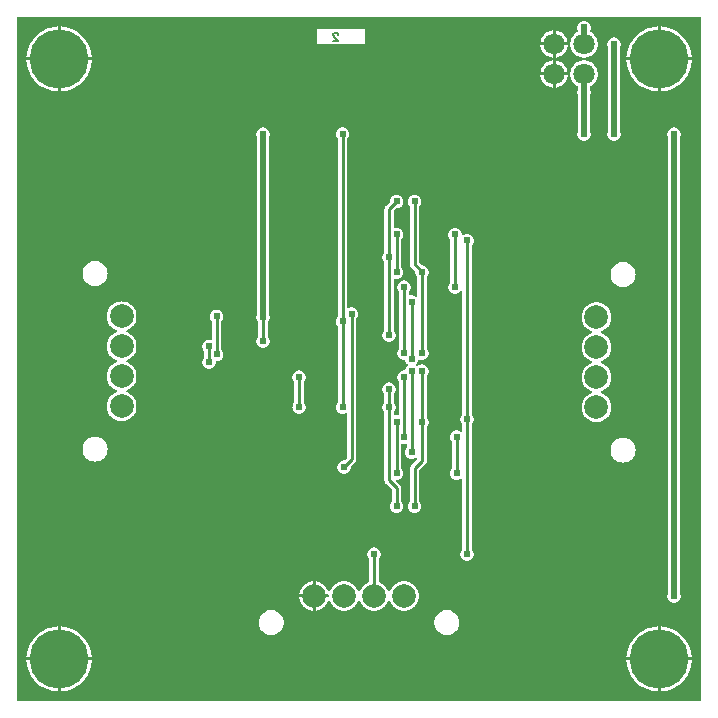
<source format=gbl>
G04 Layer: BottomLayer*
G04 Panelize: , Column: 2, Row: 2, Board Size: 58.42mm x 58.42mm, Panelized Board Size: 118.84mm x 118.84mm*
G04 EasyEDA v6.5.34, 2023-10-06 23:46:37*
G04 e07c970f047149babf7d85850df99f2e,5a6b42c53f6a479593ecc07194224c93,10*
G04 Gerber Generator version 0.2*
G04 Scale: 100 percent, Rotated: No, Reflected: No *
G04 Dimensions in millimeters *
G04 leading zeros omitted , absolute positions ,4 integer and 5 decimal *
%FSLAX45Y45*%
%MOMM*%

%ADD10C,0.1524*%
%ADD11C,0.2540*%
%ADD12C,0.5000*%
%ADD13C,5.0000*%
%ADD14C,1.8000*%
%ADD15C,2.0000*%
%ADD16C,0.6096*%
%ADD17C,0.0152*%

%LPD*%
G36*
X5805932Y25908D02*
G01*
X36068Y26416D01*
X32156Y27178D01*
X28905Y29413D01*
X26670Y32664D01*
X25908Y36576D01*
X25908Y5805932D01*
X26670Y5809843D01*
X28905Y5813094D01*
X32156Y5815330D01*
X36068Y5816092D01*
X2555240Y5816092D01*
X2559151Y5815330D01*
X2562402Y5813094D01*
X2564638Y5809843D01*
X2565400Y5805932D01*
X2566162Y5809843D01*
X2568397Y5813094D01*
X2571648Y5815330D01*
X2575560Y5816092D01*
X5805932Y5816092D01*
X5809843Y5815330D01*
X5813094Y5813094D01*
X5815330Y5809843D01*
X5816092Y5805932D01*
X5816092Y36068D01*
X5815330Y32207D01*
X5813094Y28905D01*
X5809843Y26670D01*
G37*

%LPC*%
G36*
X1651000Y2839262D02*
G01*
X1660804Y2840126D01*
X1670253Y2842666D01*
X1679193Y2846781D01*
X1687220Y2852420D01*
X1694180Y2859379D01*
X1699818Y2867406D01*
X1703933Y2876346D01*
X1706473Y2885795D01*
X1707184Y2893669D01*
X1708099Y2897073D01*
X1710131Y2899968D01*
X1713026Y2902000D01*
X1716430Y2902915D01*
X1724304Y2903626D01*
X1733753Y2906166D01*
X1742693Y2910281D01*
X1750720Y2915920D01*
X1757680Y2922879D01*
X1763318Y2930906D01*
X1767433Y2939846D01*
X1769973Y2949295D01*
X1770837Y2959100D01*
X1769973Y2968904D01*
X1767433Y2978353D01*
X1763318Y2987294D01*
X1757680Y2995320D01*
X1756105Y2996895D01*
X1753870Y3000197D01*
X1753107Y3004108D01*
X1753107Y3237433D01*
X1753870Y3241344D01*
X1756105Y3244646D01*
X1757680Y3246221D01*
X1763318Y3254248D01*
X1767433Y3263188D01*
X1769973Y3272637D01*
X1770837Y3282442D01*
X1769973Y3292246D01*
X1767433Y3301695D01*
X1763318Y3310636D01*
X1757680Y3318662D01*
X1750720Y3325622D01*
X1742693Y3331260D01*
X1733753Y3335375D01*
X1724304Y3337915D01*
X1714500Y3338779D01*
X1704695Y3337915D01*
X1695246Y3335375D01*
X1686306Y3331260D01*
X1678279Y3325622D01*
X1671320Y3318662D01*
X1665681Y3310636D01*
X1661566Y3301695D01*
X1659026Y3292246D01*
X1658162Y3282442D01*
X1659026Y3272637D01*
X1661566Y3263188D01*
X1665681Y3254248D01*
X1671320Y3246221D01*
X1672894Y3244646D01*
X1675130Y3241344D01*
X1675892Y3237433D01*
X1675892Y3093110D01*
X1675231Y3089503D01*
X1673301Y3086354D01*
X1670354Y3084068D01*
X1666798Y3083001D01*
X1663090Y3083306D01*
X1660804Y3083915D01*
X1651000Y3084779D01*
X1641195Y3083915D01*
X1631746Y3081375D01*
X1622806Y3077260D01*
X1614779Y3071622D01*
X1607820Y3064662D01*
X1602181Y3056636D01*
X1598066Y3047695D01*
X1595526Y3038246D01*
X1594662Y3028442D01*
X1595526Y3018637D01*
X1598066Y3009188D01*
X1602181Y3000248D01*
X1607820Y2992221D01*
X1609394Y2990646D01*
X1611630Y2987344D01*
X1612392Y2983433D01*
X1612392Y2940608D01*
X1611630Y2936697D01*
X1609394Y2933395D01*
X1607820Y2931820D01*
X1602181Y2923794D01*
X1598066Y2914853D01*
X1595526Y2905404D01*
X1594662Y2895600D01*
X1595526Y2885795D01*
X1598066Y2876346D01*
X1602181Y2867406D01*
X1607820Y2859379D01*
X1614779Y2852420D01*
X1622806Y2846781D01*
X1631746Y2842666D01*
X1641195Y2840126D01*
G37*
G36*
X393700Y105562D02*
G01*
X398322Y105664D01*
X421284Y108051D01*
X443992Y112369D01*
X466242Y118618D01*
X487934Y126644D01*
X508812Y136499D01*
X528828Y148031D01*
X547827Y161239D01*
X565607Y175971D01*
X582117Y192125D01*
X597204Y209600D01*
X610819Y228295D01*
X622757Y248107D01*
X633018Y268782D01*
X641553Y290271D01*
X648208Y312369D01*
X653034Y334975D01*
X655929Y357936D01*
X656336Y368300D01*
X393700Y368300D01*
G37*
G36*
X5448300Y105613D02*
G01*
X5448300Y368300D01*
X5185410Y368300D01*
X5187289Y346405D01*
X5191150Y323646D01*
X5196890Y301244D01*
X5204460Y279450D01*
X5213858Y258317D01*
X5224983Y238099D01*
X5237784Y218846D01*
X5252161Y200710D01*
X5267960Y183896D01*
X5285130Y168402D01*
X5303520Y154432D01*
X5323027Y142087D01*
X5343499Y131368D01*
X5364835Y122428D01*
X5386781Y115265D01*
X5409285Y109982D01*
X5432145Y106629D01*
G37*
G36*
X368300Y105613D02*
G01*
X368300Y368300D01*
X105410Y368300D01*
X107289Y346405D01*
X111150Y323646D01*
X116890Y301244D01*
X124460Y279450D01*
X133858Y258317D01*
X144983Y238099D01*
X157784Y218846D01*
X172161Y200710D01*
X187960Y183896D01*
X205130Y168402D01*
X223520Y154432D01*
X243027Y142087D01*
X263499Y131368D01*
X284835Y122428D01*
X306781Y115265D01*
X329285Y109982D01*
X352145Y106629D01*
G37*
G36*
X5473700Y393700D02*
G01*
X5736336Y393700D01*
X5735929Y404063D01*
X5733034Y427024D01*
X5728208Y449630D01*
X5721553Y471728D01*
X5713018Y493217D01*
X5702757Y513892D01*
X5690819Y533704D01*
X5677204Y552348D01*
X5662117Y569874D01*
X5645607Y586028D01*
X5627827Y600760D01*
X5608828Y613968D01*
X5588812Y625500D01*
X5567934Y635355D01*
X5546242Y643382D01*
X5523992Y649630D01*
X5501284Y653948D01*
X5478322Y656336D01*
X5473700Y656437D01*
G37*
G36*
X393700Y393700D02*
G01*
X656336Y393700D01*
X655929Y404063D01*
X653034Y427024D01*
X648208Y449630D01*
X641553Y471728D01*
X633018Y493217D01*
X622757Y513892D01*
X610819Y533704D01*
X597204Y552348D01*
X582117Y569874D01*
X565607Y586028D01*
X547827Y600760D01*
X528828Y613968D01*
X508812Y625500D01*
X487934Y635355D01*
X466242Y643382D01*
X443992Y649630D01*
X421284Y653948D01*
X398322Y656336D01*
X393700Y656437D01*
G37*
G36*
X5185410Y393700D02*
G01*
X5448300Y393700D01*
X5448300Y656386D01*
X5432145Y655370D01*
X5409285Y652018D01*
X5386781Y646734D01*
X5364835Y639572D01*
X5343499Y630631D01*
X5323027Y619912D01*
X5303520Y607568D01*
X5285130Y593598D01*
X5267960Y578104D01*
X5252161Y561289D01*
X5237784Y543153D01*
X5224983Y523900D01*
X5213858Y503682D01*
X5204460Y482549D01*
X5196890Y460756D01*
X5191150Y438353D01*
X5187289Y415594D01*
G37*
G36*
X105410Y393700D02*
G01*
X368300Y393700D01*
X368300Y656386D01*
X352145Y655370D01*
X329285Y652018D01*
X306781Y646734D01*
X284835Y639572D01*
X263499Y630631D01*
X243027Y619912D01*
X223520Y607568D01*
X205130Y593598D01*
X187960Y578104D01*
X172161Y561289D01*
X157784Y543153D01*
X144983Y523900D01*
X133858Y503682D01*
X124460Y482549D01*
X116890Y460756D01*
X111150Y438353D01*
X107289Y415594D01*
G37*
G36*
X2177440Y583488D02*
G01*
X2191258Y584403D01*
X2204821Y587095D01*
X2217978Y591566D01*
X2230374Y597662D01*
X2241905Y605383D01*
X2252319Y614527D01*
X2261463Y624941D01*
X2269134Y636422D01*
X2275281Y648868D01*
X2279700Y661974D01*
X2282444Y675538D01*
X2283307Y689356D01*
X2282444Y703224D01*
X2279700Y716788D01*
X2275281Y729894D01*
X2269134Y742340D01*
X2261463Y753821D01*
X2252319Y764235D01*
X2241905Y773379D01*
X2230374Y781100D01*
X2217978Y787196D01*
X2204821Y791667D01*
X2191258Y794359D01*
X2177440Y795274D01*
X2163622Y794359D01*
X2150059Y791667D01*
X2136902Y787196D01*
X2124506Y781100D01*
X2112975Y773379D01*
X2102561Y764235D01*
X2093417Y753821D01*
X2085746Y742340D01*
X2079599Y729894D01*
X2075180Y716788D01*
X2072436Y703224D01*
X2071573Y689356D01*
X2072436Y675538D01*
X2075180Y661974D01*
X2079599Y648868D01*
X2085746Y636422D01*
X2093417Y624941D01*
X2102561Y614527D01*
X2112975Y605383D01*
X2124506Y597662D01*
X2136902Y591566D01*
X2150059Y587095D01*
X2163622Y584403D01*
G37*
G36*
X3664559Y583488D02*
G01*
X3678377Y584403D01*
X3691940Y587095D01*
X3705047Y591566D01*
X3717493Y597662D01*
X3728974Y605383D01*
X3739387Y614527D01*
X3748532Y624941D01*
X3756253Y636422D01*
X3762349Y648868D01*
X3766820Y661974D01*
X3769512Y675538D01*
X3770426Y689356D01*
X3769512Y703224D01*
X3766820Y716788D01*
X3762349Y729894D01*
X3756253Y742340D01*
X3748532Y753821D01*
X3739387Y764235D01*
X3728974Y773379D01*
X3717493Y781100D01*
X3705047Y787196D01*
X3691940Y791667D01*
X3678377Y794359D01*
X3664559Y795274D01*
X3650691Y794359D01*
X3637127Y791667D01*
X3624021Y787196D01*
X3611575Y781100D01*
X3600094Y773379D01*
X3589680Y764235D01*
X3580536Y753821D01*
X3572814Y742340D01*
X3566718Y729894D01*
X3562248Y716788D01*
X3559556Y703224D01*
X3558641Y689356D01*
X3559556Y675538D01*
X3562248Y661974D01*
X3566718Y648868D01*
X3572814Y636422D01*
X3580536Y624941D01*
X3589680Y614527D01*
X3600094Y605383D01*
X3611575Y597662D01*
X3624021Y591566D01*
X3637127Y587095D01*
X3650691Y584403D01*
G37*
G36*
X2794000Y788517D02*
G01*
X2809189Y789432D01*
X2824124Y792175D01*
X2838653Y796696D01*
X2852521Y802894D01*
X2865526Y810768D01*
X2877464Y820166D01*
X2888234Y830884D01*
X2897581Y842873D01*
X2905455Y855878D01*
X2911754Y869797D01*
X2913938Y872947D01*
X2917190Y875080D01*
X2921000Y875792D01*
X2924810Y875080D01*
X2928010Y872947D01*
X2930245Y869797D01*
X2936544Y855878D01*
X2944368Y842873D01*
X2953766Y830884D01*
X2964535Y820166D01*
X2976473Y810768D01*
X2989478Y802894D01*
X3003346Y796696D01*
X3017875Y792175D01*
X3032810Y789432D01*
X3048000Y788517D01*
X3063189Y789432D01*
X3078124Y792175D01*
X3092653Y796696D01*
X3106521Y802894D01*
X3119526Y810768D01*
X3131464Y820166D01*
X3142234Y830884D01*
X3151581Y842873D01*
X3159455Y855878D01*
X3165754Y869797D01*
X3167938Y872947D01*
X3171190Y875080D01*
X3175000Y875792D01*
X3178810Y875080D01*
X3182010Y872947D01*
X3184245Y869797D01*
X3190544Y855878D01*
X3198368Y842873D01*
X3207766Y830884D01*
X3218535Y820166D01*
X3230473Y810768D01*
X3243478Y802894D01*
X3257346Y796696D01*
X3271875Y792175D01*
X3286810Y789432D01*
X3302000Y788517D01*
X3317189Y789432D01*
X3332124Y792175D01*
X3346653Y796696D01*
X3360521Y802894D01*
X3373526Y810768D01*
X3385464Y820166D01*
X3396234Y830884D01*
X3405581Y842873D01*
X3413455Y855878D01*
X3419703Y869746D01*
X3424224Y884275D01*
X3426968Y899210D01*
X3427882Y914400D01*
X3426968Y929538D01*
X3424224Y944524D01*
X3419703Y959002D01*
X3413455Y972870D01*
X3405581Y985875D01*
X3396234Y997864D01*
X3385464Y1008634D01*
X3373526Y1017981D01*
X3360521Y1025855D01*
X3346653Y1032103D01*
X3332124Y1036624D01*
X3317189Y1039368D01*
X3302000Y1040282D01*
X3286810Y1039368D01*
X3271875Y1036624D01*
X3257346Y1032103D01*
X3243478Y1025855D01*
X3230473Y1017981D01*
X3218535Y1008634D01*
X3207766Y997864D01*
X3198368Y985875D01*
X3190544Y972870D01*
X3184245Y958951D01*
X3182010Y955802D01*
X3178810Y953719D01*
X3175000Y952957D01*
X3171190Y953719D01*
X3167938Y955802D01*
X3165754Y958951D01*
X3159455Y972870D01*
X3151581Y985875D01*
X3142234Y997864D01*
X3131464Y1008634D01*
X3119526Y1017981D01*
X3106521Y1025855D01*
X3092602Y1032103D01*
X3089452Y1034338D01*
X3087319Y1037590D01*
X3086608Y1041400D01*
X3086608Y1224991D01*
X3087370Y1228902D01*
X3089605Y1232204D01*
X3091180Y1233779D01*
X3096818Y1241806D01*
X3100933Y1250746D01*
X3103473Y1260195D01*
X3104337Y1270000D01*
X3103473Y1279804D01*
X3100933Y1289253D01*
X3096818Y1298194D01*
X3091180Y1306220D01*
X3084220Y1313180D01*
X3076194Y1318818D01*
X3067253Y1322933D01*
X3057804Y1325473D01*
X3048000Y1326337D01*
X3038195Y1325473D01*
X3028746Y1322933D01*
X3019806Y1318818D01*
X3011779Y1313180D01*
X3004820Y1306220D01*
X2999181Y1298194D01*
X2995066Y1289253D01*
X2992526Y1279804D01*
X2991662Y1270000D01*
X2992526Y1260195D01*
X2995066Y1250746D01*
X2999181Y1241806D01*
X3004820Y1233779D01*
X3006394Y1232204D01*
X3008630Y1228902D01*
X3009392Y1224991D01*
X3009392Y1041400D01*
X3008680Y1037590D01*
X3006547Y1034338D01*
X3003397Y1032103D01*
X2989478Y1025855D01*
X2976473Y1017981D01*
X2964535Y1008634D01*
X2953766Y997864D01*
X2944368Y985875D01*
X2936544Y972870D01*
X2930245Y958951D01*
X2928010Y955802D01*
X2924810Y953719D01*
X2921000Y952957D01*
X2917190Y953719D01*
X2913938Y955802D01*
X2911754Y958951D01*
X2905455Y972870D01*
X2897581Y985875D01*
X2888234Y997864D01*
X2877464Y1008634D01*
X2865526Y1017981D01*
X2852521Y1025855D01*
X2838653Y1032103D01*
X2824124Y1036624D01*
X2809189Y1039368D01*
X2794000Y1040282D01*
X2778810Y1039368D01*
X2763875Y1036624D01*
X2749346Y1032103D01*
X2735478Y1025855D01*
X2722473Y1017981D01*
X2710535Y1008634D01*
X2699766Y997864D01*
X2690368Y985875D01*
X2682544Y972870D01*
X2676245Y958951D01*
X2674010Y955802D01*
X2670810Y953719D01*
X2667000Y952957D01*
X2663190Y953719D01*
X2659938Y955802D01*
X2657754Y958951D01*
X2651455Y972870D01*
X2643581Y985875D01*
X2634234Y997864D01*
X2623464Y1008634D01*
X2611526Y1017981D01*
X2598521Y1025855D01*
X2584653Y1032103D01*
X2570124Y1036624D01*
X2555189Y1039368D01*
X2552700Y1039520D01*
X2552700Y927100D01*
X2658059Y927100D01*
X2661970Y926287D01*
X2665272Y924102D01*
X2667457Y920800D01*
X2668219Y916940D01*
X2668219Y911860D01*
X2667457Y907948D01*
X2665272Y904646D01*
X2661970Y902462D01*
X2658059Y901700D01*
X2552700Y901700D01*
X2552700Y789279D01*
X2555189Y789432D01*
X2570124Y792175D01*
X2584653Y796696D01*
X2598521Y802894D01*
X2611526Y810768D01*
X2623464Y820166D01*
X2634234Y830884D01*
X2643581Y842873D01*
X2651455Y855878D01*
X2657754Y869797D01*
X2659938Y872947D01*
X2663190Y875080D01*
X2667000Y875792D01*
X2670810Y875080D01*
X2674010Y872947D01*
X2676245Y869797D01*
X2682544Y855878D01*
X2690368Y842873D01*
X2699766Y830884D01*
X2710535Y820166D01*
X2722473Y810768D01*
X2735478Y802894D01*
X2749346Y796696D01*
X2763875Y792175D01*
X2778810Y789432D01*
G37*
G36*
X4584700Y5600700D02*
G01*
X4687112Y5600700D01*
X4686960Y5602528D01*
X4684268Y5616803D01*
X4679746Y5630672D01*
X4673549Y5643829D01*
X4665776Y5656122D01*
X4656480Y5667349D01*
X4645863Y5677306D01*
X4634077Y5685840D01*
X4621326Y5692851D01*
X4607814Y5698236D01*
X4593691Y5701842D01*
X4584700Y5702960D01*
G37*
G36*
X4456887Y5600700D02*
G01*
X4559300Y5600700D01*
X4559300Y5702960D01*
X4550308Y5701842D01*
X4536186Y5698236D01*
X4522673Y5692851D01*
X4509922Y5685840D01*
X4498136Y5677306D01*
X4487519Y5667349D01*
X4478223Y5656122D01*
X4470450Y5643829D01*
X4464253Y5630672D01*
X4459732Y5616803D01*
X4457039Y5602528D01*
G37*
G36*
X2527300Y789279D02*
G01*
X2527300Y901700D01*
X2414879Y901700D01*
X2415032Y899210D01*
X2417775Y884275D01*
X2422296Y869746D01*
X2428544Y855878D01*
X2436368Y842873D01*
X2445766Y830884D01*
X2456535Y820166D01*
X2468473Y810768D01*
X2481478Y802894D01*
X2495346Y796696D01*
X2509875Y792175D01*
X2524810Y789432D01*
G37*
G36*
X2691688Y5583682D02*
G01*
X2750261Y5583682D01*
X2756560Y5584393D01*
X2764840Y5587593D01*
X2767634Y5588000D01*
X2970784Y5588000D01*
X2971800Y5589016D01*
X2971800Y5713984D01*
X2970784Y5715000D01*
X2763520Y5715000D01*
X2760167Y5715558D01*
X2756560Y5716828D01*
X2750261Y5717540D01*
X2691688Y5717540D01*
X2685389Y5716828D01*
X2681782Y5715558D01*
X2678430Y5715000D01*
X2575560Y5715000D01*
X2571648Y5715762D01*
X2568397Y5717997D01*
X2566162Y5721248D01*
X2565400Y5725160D01*
X2565400Y5589016D01*
X2566416Y5588000D01*
X2674315Y5588000D01*
X2677109Y5587593D01*
X2679903Y5586323D01*
X2685389Y5584393D01*
G37*
G36*
X5588000Y858062D02*
G01*
X5597804Y858926D01*
X5607253Y861466D01*
X5616194Y865581D01*
X5624220Y871219D01*
X5631180Y878179D01*
X5636818Y886206D01*
X5640933Y895146D01*
X5643473Y904595D01*
X5644337Y914400D01*
X5643473Y924204D01*
X5640933Y933653D01*
X5639866Y935990D01*
X5638901Y940308D01*
X5638901Y4800092D01*
X5639866Y4804410D01*
X5640933Y4806746D01*
X5643473Y4816195D01*
X5644337Y4826000D01*
X5643473Y4835804D01*
X5640933Y4845253D01*
X5636818Y4854194D01*
X5631180Y4862220D01*
X5624220Y4869180D01*
X5616194Y4874818D01*
X5607253Y4878933D01*
X5597804Y4881473D01*
X5588000Y4882337D01*
X5578195Y4881473D01*
X5568746Y4878933D01*
X5559806Y4874818D01*
X5551779Y4869180D01*
X5544820Y4862220D01*
X5539181Y4854194D01*
X5535066Y4845253D01*
X5532526Y4835804D01*
X5531662Y4826000D01*
X5532526Y4816195D01*
X5535066Y4806746D01*
X5536133Y4804410D01*
X5537098Y4800092D01*
X5537098Y940308D01*
X5536133Y935990D01*
X5535066Y933653D01*
X5532526Y924204D01*
X5531662Y914400D01*
X5532526Y904595D01*
X5535066Y895146D01*
X5539181Y886206D01*
X5544820Y878179D01*
X5551779Y871219D01*
X5559806Y865581D01*
X5568746Y861466D01*
X5578195Y858926D01*
G37*
G36*
X2414879Y927100D02*
G01*
X2527300Y927100D01*
X2527300Y1039520D01*
X2524810Y1039368D01*
X2509875Y1036624D01*
X2495346Y1032103D01*
X2481478Y1025855D01*
X2468473Y1017981D01*
X2456535Y1008634D01*
X2445766Y997864D01*
X2436368Y985875D01*
X2428544Y972870D01*
X2422296Y959002D01*
X2417775Y944524D01*
X2415032Y929538D01*
G37*
G36*
X105410Y5473700D02*
G01*
X368300Y5473700D01*
X368300Y5736386D01*
X352145Y5735370D01*
X329285Y5732018D01*
X306781Y5726734D01*
X284835Y5719572D01*
X263499Y5710631D01*
X243027Y5699912D01*
X223520Y5687568D01*
X205130Y5673598D01*
X187960Y5658104D01*
X172161Y5641289D01*
X157784Y5623153D01*
X144983Y5603900D01*
X133858Y5583682D01*
X124460Y5562549D01*
X116890Y5540756D01*
X111150Y5518353D01*
X107289Y5495594D01*
G37*
G36*
X5185410Y5473700D02*
G01*
X5448300Y5473700D01*
X5448300Y5736386D01*
X5432145Y5735370D01*
X5409285Y5732018D01*
X5386781Y5726734D01*
X5364835Y5719572D01*
X5343499Y5710631D01*
X5323027Y5699912D01*
X5303520Y5687568D01*
X5285130Y5673598D01*
X5267960Y5658104D01*
X5252161Y5641289D01*
X5237784Y5623153D01*
X5224983Y5603900D01*
X5213858Y5583682D01*
X5204460Y5562549D01*
X5196890Y5540756D01*
X5191150Y5518353D01*
X5187289Y5495594D01*
G37*
G36*
X5473700Y5473700D02*
G01*
X5736336Y5473700D01*
X5735929Y5484063D01*
X5733034Y5507024D01*
X5728208Y5529630D01*
X5721553Y5551728D01*
X5713018Y5573217D01*
X5702757Y5593892D01*
X5690819Y5613704D01*
X5677204Y5632348D01*
X5662117Y5649874D01*
X5645607Y5666028D01*
X5627827Y5680760D01*
X5608828Y5693968D01*
X5588812Y5705500D01*
X5567934Y5715355D01*
X5546242Y5723382D01*
X5523992Y5729630D01*
X5501284Y5733948D01*
X5478322Y5736336D01*
X5473700Y5736437D01*
G37*
G36*
X3835400Y1213662D02*
G01*
X3845204Y1214526D01*
X3854653Y1217066D01*
X3863594Y1221181D01*
X3871620Y1226820D01*
X3878579Y1233779D01*
X3884218Y1241806D01*
X3888333Y1250746D01*
X3890873Y1260195D01*
X3891737Y1270000D01*
X3890873Y1279804D01*
X3888333Y1289253D01*
X3884218Y1298194D01*
X3878579Y1306220D01*
X3877005Y1307795D01*
X3874770Y1311097D01*
X3874008Y1315008D01*
X3874008Y2367991D01*
X3874770Y2371902D01*
X3877005Y2375204D01*
X3878579Y2376779D01*
X3884218Y2384806D01*
X3888333Y2393746D01*
X3890873Y2403195D01*
X3891737Y2413000D01*
X3890873Y2422804D01*
X3888333Y2432253D01*
X3884218Y2441194D01*
X3878579Y2449220D01*
X3877005Y2450795D01*
X3874770Y2454097D01*
X3874008Y2458008D01*
X3874008Y3879291D01*
X3874770Y3883202D01*
X3877005Y3886504D01*
X3878579Y3888079D01*
X3884218Y3896106D01*
X3888333Y3905046D01*
X3890873Y3914495D01*
X3891737Y3924300D01*
X3890873Y3934104D01*
X3888333Y3943553D01*
X3884218Y3952494D01*
X3878579Y3960520D01*
X3871620Y3967479D01*
X3863594Y3973118D01*
X3854653Y3977233D01*
X3845204Y3979773D01*
X3835400Y3980637D01*
X3825595Y3979773D01*
X3816146Y3977233D01*
X3807206Y3973118D01*
X3805732Y3972051D01*
X3801821Y3970375D01*
X3797604Y3970477D01*
X3793794Y3972255D01*
X3791000Y3975455D01*
X3789781Y3979468D01*
X3789273Y3984904D01*
X3786733Y3994353D01*
X3782618Y4003294D01*
X3776979Y4011320D01*
X3770020Y4018279D01*
X3761994Y4023918D01*
X3753053Y4028033D01*
X3743604Y4030573D01*
X3733800Y4031437D01*
X3723995Y4030573D01*
X3714546Y4028033D01*
X3705606Y4023918D01*
X3697579Y4018279D01*
X3690620Y4011320D01*
X3684981Y4003294D01*
X3680866Y3994353D01*
X3678326Y3984904D01*
X3677462Y3975100D01*
X3678326Y3965295D01*
X3680866Y3955846D01*
X3684981Y3946906D01*
X3690620Y3938879D01*
X3692194Y3937304D01*
X3694429Y3934002D01*
X3695192Y3930091D01*
X3695192Y3575608D01*
X3694429Y3571697D01*
X3692194Y3568395D01*
X3690620Y3566820D01*
X3684981Y3558794D01*
X3680866Y3549853D01*
X3678326Y3540404D01*
X3677462Y3530600D01*
X3678326Y3520795D01*
X3680866Y3511346D01*
X3684981Y3502406D01*
X3690620Y3494379D01*
X3697579Y3487420D01*
X3705606Y3481781D01*
X3714546Y3477666D01*
X3723995Y3475126D01*
X3733800Y3474262D01*
X3743604Y3475126D01*
X3753053Y3477666D01*
X3761994Y3481781D01*
X3770020Y3487420D01*
X3776979Y3494379D01*
X3778300Y3496310D01*
X3781399Y3499205D01*
X3785463Y3500577D01*
X3789679Y3500170D01*
X3793388Y3498037D01*
X3795877Y3494633D01*
X3796792Y3490468D01*
X3796792Y2458008D01*
X3796029Y2454097D01*
X3793794Y2450795D01*
X3792220Y2449220D01*
X3786581Y2441194D01*
X3782466Y2432253D01*
X3779926Y2422804D01*
X3779062Y2413000D01*
X3779926Y2403195D01*
X3782466Y2393746D01*
X3786581Y2384806D01*
X3792220Y2376779D01*
X3793794Y2375204D01*
X3796029Y2371902D01*
X3796792Y2367991D01*
X3796792Y2313432D01*
X3795826Y2309114D01*
X3793185Y2305659D01*
X3789273Y2303627D01*
X3784854Y2303424D01*
X3780790Y2305100D01*
X3774694Y2309418D01*
X3765753Y2313533D01*
X3756304Y2316073D01*
X3746500Y2316937D01*
X3736695Y2316073D01*
X3727246Y2313533D01*
X3718306Y2309418D01*
X3710279Y2303780D01*
X3703320Y2296820D01*
X3697681Y2288794D01*
X3693566Y2279853D01*
X3691026Y2270404D01*
X3690162Y2260600D01*
X3691026Y2250795D01*
X3693566Y2241346D01*
X3697681Y2232406D01*
X3703320Y2224379D01*
X3704894Y2222804D01*
X3707129Y2219502D01*
X3707892Y2215591D01*
X3707892Y2000808D01*
X3707129Y1996897D01*
X3704894Y1993595D01*
X3703320Y1992020D01*
X3697681Y1983993D01*
X3693566Y1975053D01*
X3691026Y1965604D01*
X3690162Y1955800D01*
X3691026Y1945995D01*
X3693566Y1936546D01*
X3697681Y1927606D01*
X3703320Y1919579D01*
X3710279Y1912620D01*
X3718306Y1906981D01*
X3727246Y1902866D01*
X3736695Y1900326D01*
X3746500Y1899462D01*
X3756304Y1900326D01*
X3765753Y1902866D01*
X3774694Y1906981D01*
X3780790Y1911299D01*
X3784854Y1912975D01*
X3789273Y1912772D01*
X3793185Y1910740D01*
X3795826Y1907286D01*
X3796792Y1902968D01*
X3796792Y1315008D01*
X3796029Y1311097D01*
X3793794Y1307795D01*
X3792220Y1306220D01*
X3786581Y1298194D01*
X3782466Y1289253D01*
X3779926Y1279804D01*
X3779062Y1270000D01*
X3779926Y1260195D01*
X3782466Y1250746D01*
X3786581Y1241806D01*
X3792220Y1233779D01*
X3799179Y1226820D01*
X3807206Y1221181D01*
X3816146Y1217066D01*
X3825595Y1214526D01*
G37*
G36*
X3238500Y1620062D02*
G01*
X3248304Y1620926D01*
X3257753Y1623466D01*
X3266694Y1627581D01*
X3274720Y1633220D01*
X3281679Y1640179D01*
X3287318Y1648206D01*
X3291433Y1657146D01*
X3293973Y1666595D01*
X3294837Y1676400D01*
X3293973Y1686204D01*
X3291433Y1695653D01*
X3287318Y1704593D01*
X3281679Y1712620D01*
X3280105Y1714195D01*
X3277870Y1717497D01*
X3277108Y1721408D01*
X3277108Y1828292D01*
X3276295Y1836318D01*
X3274110Y1843532D01*
X3270554Y1850237D01*
X3265424Y1856435D01*
X3239160Y1882749D01*
X3237026Y1885899D01*
X3236163Y1889658D01*
X3236772Y1893417D01*
X3238754Y1896668D01*
X3241751Y1899005D01*
X3245459Y1900072D01*
X3248304Y1900326D01*
X3257753Y1902866D01*
X3266694Y1906981D01*
X3274720Y1912620D01*
X3281679Y1919579D01*
X3287318Y1927606D01*
X3291433Y1936546D01*
X3293973Y1945995D01*
X3294837Y1955800D01*
X3293973Y1965604D01*
X3291433Y1975053D01*
X3287318Y1983993D01*
X3281679Y1992020D01*
X3280105Y1993595D01*
X3277870Y1996897D01*
X3277108Y2000808D01*
X3277108Y2195931D01*
X3277768Y2199538D01*
X3279698Y2202688D01*
X3282645Y2204974D01*
X3286201Y2206040D01*
X3289909Y2205736D01*
X3292195Y2205126D01*
X3302000Y2204262D01*
X3311804Y2205126D01*
X3314090Y2205736D01*
X3317798Y2206040D01*
X3321354Y2204974D01*
X3324301Y2202688D01*
X3326231Y2199538D01*
X3326892Y2195931D01*
X3326892Y2178608D01*
X3326129Y2174697D01*
X3323894Y2171395D01*
X3322320Y2169820D01*
X3316681Y2161794D01*
X3312566Y2152853D01*
X3310026Y2143404D01*
X3309162Y2133600D01*
X3310026Y2123795D01*
X3312566Y2114346D01*
X3316681Y2105406D01*
X3322320Y2097379D01*
X3329279Y2090420D01*
X3337306Y2084781D01*
X3346246Y2080666D01*
X3355695Y2078126D01*
X3365500Y2077262D01*
X3375304Y2078126D01*
X3384753Y2080666D01*
X3393694Y2084781D01*
X3399790Y2089099D01*
X3403854Y2090775D01*
X3408273Y2090572D01*
X3412185Y2088540D01*
X3414826Y2085086D01*
X3415792Y2080768D01*
X3415792Y2077618D01*
X3415029Y2073706D01*
X3412794Y2070404D01*
X3363976Y2021535D01*
X3358845Y2015337D01*
X3355289Y2008632D01*
X3353104Y2001418D01*
X3352292Y1993392D01*
X3352292Y1721408D01*
X3351529Y1717497D01*
X3349294Y1714195D01*
X3347720Y1712620D01*
X3342081Y1704593D01*
X3337966Y1695653D01*
X3335426Y1686204D01*
X3334562Y1676400D01*
X3335426Y1666595D01*
X3337966Y1657146D01*
X3342081Y1648206D01*
X3347720Y1640179D01*
X3354679Y1633220D01*
X3362706Y1627581D01*
X3371646Y1623466D01*
X3381095Y1620926D01*
X3390900Y1620062D01*
X3400704Y1620926D01*
X3410153Y1623466D01*
X3419094Y1627581D01*
X3427120Y1633220D01*
X3434079Y1640179D01*
X3439718Y1648206D01*
X3443833Y1657146D01*
X3446373Y1666595D01*
X3447237Y1676400D01*
X3446373Y1686204D01*
X3443833Y1695653D01*
X3439718Y1704593D01*
X3434079Y1712620D01*
X3432505Y1714195D01*
X3430270Y1717497D01*
X3429508Y1721408D01*
X3429508Y1973681D01*
X3430270Y1977593D01*
X3432505Y1980895D01*
X3481324Y2029764D01*
X3486454Y2035962D01*
X3490010Y2042668D01*
X3492195Y2049881D01*
X3493008Y2057907D01*
X3493008Y2342591D01*
X3493770Y2346502D01*
X3496005Y2349804D01*
X3497579Y2351379D01*
X3503218Y2359406D01*
X3507333Y2368346D01*
X3509873Y2377795D01*
X3510737Y2387600D01*
X3509873Y2397404D01*
X3507333Y2406853D01*
X3503218Y2415794D01*
X3497579Y2423820D01*
X3496005Y2425395D01*
X3493770Y2428697D01*
X3493008Y2432608D01*
X3493008Y2774391D01*
X3493770Y2778302D01*
X3496005Y2781604D01*
X3497579Y2783179D01*
X3503218Y2791206D01*
X3507333Y2800146D01*
X3509873Y2809595D01*
X3510737Y2819400D01*
X3509873Y2829204D01*
X3507333Y2838653D01*
X3503218Y2847594D01*
X3497579Y2855620D01*
X3490620Y2862580D01*
X3482594Y2868218D01*
X3473653Y2872333D01*
X3464204Y2874873D01*
X3454400Y2875737D01*
X3444595Y2874873D01*
X3435146Y2872333D01*
X3426206Y2868218D01*
X3413861Y2859328D01*
X3409950Y2858566D01*
X3406038Y2859328D01*
X3402787Y2861513D01*
X3401263Y2863037D01*
X3399078Y2866288D01*
X3398316Y2870200D01*
X3399078Y2874111D01*
X3401263Y2877362D01*
X3408679Y2884779D01*
X3414318Y2892806D01*
X3418433Y2901696D01*
X3421227Y2912160D01*
X3423208Y2916021D01*
X3426612Y2918714D01*
X3430828Y2919679D01*
X3435096Y2918866D01*
X3444595Y2916326D01*
X3454400Y2915462D01*
X3464204Y2916326D01*
X3473653Y2918866D01*
X3482594Y2922981D01*
X3490620Y2928620D01*
X3497579Y2935579D01*
X3503218Y2943606D01*
X3507333Y2952546D01*
X3509873Y2961995D01*
X3510737Y2971800D01*
X3509873Y2981604D01*
X3507333Y2991053D01*
X3503218Y2999994D01*
X3497579Y3008020D01*
X3496005Y3009595D01*
X3493770Y3012897D01*
X3493008Y3016808D01*
X3493008Y3612591D01*
X3493770Y3616502D01*
X3496005Y3619804D01*
X3497579Y3621379D01*
X3503218Y3629406D01*
X3507333Y3638346D01*
X3509873Y3647795D01*
X3510737Y3657600D01*
X3509873Y3667404D01*
X3507333Y3676853D01*
X3503218Y3685794D01*
X3497579Y3693820D01*
X3490620Y3700779D01*
X3482594Y3706418D01*
X3473653Y3710533D01*
X3464204Y3713073D01*
X3456178Y3713784D01*
X3452774Y3714699D01*
X3449878Y3716731D01*
X3432505Y3734104D01*
X3430270Y3737406D01*
X3429508Y3741318D01*
X3429508Y4209491D01*
X3430270Y4213402D01*
X3432505Y4216704D01*
X3434079Y4218279D01*
X3439718Y4226306D01*
X3443833Y4235246D01*
X3446373Y4244695D01*
X3447237Y4254500D01*
X3446373Y4264304D01*
X3443833Y4273753D01*
X3439718Y4282694D01*
X3434079Y4290720D01*
X3427120Y4297680D01*
X3419094Y4303318D01*
X3410153Y4307433D01*
X3400704Y4309973D01*
X3390900Y4310837D01*
X3381095Y4309973D01*
X3371646Y4307433D01*
X3362706Y4303318D01*
X3354679Y4297680D01*
X3347720Y4290720D01*
X3342081Y4282694D01*
X3337966Y4273753D01*
X3335426Y4264304D01*
X3334562Y4254500D01*
X3335426Y4244695D01*
X3337966Y4235246D01*
X3342081Y4226306D01*
X3347720Y4218279D01*
X3349294Y4216704D01*
X3351529Y4213402D01*
X3352292Y4209491D01*
X3352292Y3721608D01*
X3353104Y3713581D01*
X3355289Y3706368D01*
X3358845Y3699662D01*
X3363976Y3693464D01*
X3395268Y3662121D01*
X3397300Y3659225D01*
X3398215Y3655822D01*
X3398926Y3647795D01*
X3401466Y3638346D01*
X3405581Y3629406D01*
X3411220Y3621379D01*
X3412794Y3619804D01*
X3415029Y3616502D01*
X3415792Y3612591D01*
X3415792Y3456432D01*
X3414826Y3452114D01*
X3412185Y3448659D01*
X3408273Y3446627D01*
X3403854Y3446424D01*
X3399790Y3448100D01*
X3393694Y3452418D01*
X3384753Y3456533D01*
X3375304Y3459073D01*
X3365500Y3459937D01*
X3355695Y3459073D01*
X3353409Y3458464D01*
X3349701Y3458159D01*
X3346145Y3459226D01*
X3343198Y3461512D01*
X3341268Y3464661D01*
X3340608Y3468268D01*
X3340608Y3485591D01*
X3341370Y3489502D01*
X3343605Y3492804D01*
X3345179Y3494379D01*
X3350818Y3502406D01*
X3354933Y3511346D01*
X3357473Y3520795D01*
X3358337Y3530600D01*
X3357473Y3540404D01*
X3354933Y3549853D01*
X3350818Y3558794D01*
X3345179Y3566820D01*
X3338220Y3573779D01*
X3330194Y3579418D01*
X3321253Y3583533D01*
X3311804Y3586073D01*
X3302000Y3586937D01*
X3292195Y3586073D01*
X3282746Y3583533D01*
X3273806Y3579418D01*
X3265779Y3573779D01*
X3258820Y3566820D01*
X3253181Y3558794D01*
X3249066Y3549853D01*
X3246526Y3540404D01*
X3245662Y3530600D01*
X3246526Y3520795D01*
X3249066Y3511346D01*
X3253181Y3502406D01*
X3258820Y3494379D01*
X3260394Y3492804D01*
X3262629Y3489502D01*
X3263392Y3485591D01*
X3263392Y3016808D01*
X3262629Y3012897D01*
X3260394Y3009595D01*
X3258820Y3008020D01*
X3253181Y2999994D01*
X3249066Y2991053D01*
X3246526Y2981604D01*
X3245662Y2971800D01*
X3246526Y2961995D01*
X3249066Y2952546D01*
X3253181Y2943606D01*
X3258820Y2935579D01*
X3265779Y2928620D01*
X3273806Y2922981D01*
X3282746Y2918866D01*
X3292195Y2916326D01*
X3301949Y2915462D01*
X3305911Y2914294D01*
X3309010Y2911652D01*
X3310890Y2907944D01*
X3312566Y2901746D01*
X3316681Y2892806D01*
X3322320Y2884779D01*
X3329736Y2877362D01*
X3331921Y2874111D01*
X3332683Y2870200D01*
X3331921Y2866288D01*
X3329736Y2863037D01*
X3322320Y2855620D01*
X3316681Y2847594D01*
X3312566Y2838653D01*
X3310890Y2832455D01*
X3309010Y2828747D01*
X3305911Y2826105D01*
X3301949Y2824937D01*
X3292195Y2824073D01*
X3282746Y2821533D01*
X3273806Y2817418D01*
X3265779Y2811780D01*
X3258820Y2804820D01*
X3253181Y2796794D01*
X3249066Y2787853D01*
X3246526Y2778404D01*
X3245662Y2768600D01*
X3246526Y2758795D01*
X3249066Y2749346D01*
X3253181Y2740406D01*
X3258820Y2732379D01*
X3260394Y2730804D01*
X3262629Y2727502D01*
X3263392Y2723591D01*
X3263392Y2452268D01*
X3262731Y2448661D01*
X3260801Y2445512D01*
X3257854Y2443226D01*
X3254298Y2442159D01*
X3250590Y2442464D01*
X3248304Y2443073D01*
X3238500Y2443937D01*
X3228695Y2443073D01*
X3226409Y2442464D01*
X3222701Y2442159D01*
X3219145Y2443226D01*
X3216198Y2445512D01*
X3214268Y2448661D01*
X3213608Y2452268D01*
X3213608Y2469591D01*
X3214370Y2473502D01*
X3216605Y2476804D01*
X3218180Y2478379D01*
X3223818Y2486406D01*
X3227933Y2495346D01*
X3230473Y2504795D01*
X3231337Y2514600D01*
X3230473Y2524404D01*
X3227933Y2533853D01*
X3223818Y2542794D01*
X3218180Y2550820D01*
X3216605Y2552395D01*
X3214370Y2555697D01*
X3213608Y2559608D01*
X3213608Y2621991D01*
X3214370Y2625902D01*
X3216605Y2629204D01*
X3218180Y2630779D01*
X3223818Y2638806D01*
X3227933Y2647746D01*
X3230473Y2657195D01*
X3231337Y2667000D01*
X3230473Y2676804D01*
X3227933Y2686253D01*
X3223818Y2695194D01*
X3218180Y2703220D01*
X3211220Y2710180D01*
X3203194Y2715818D01*
X3194253Y2719933D01*
X3184804Y2722473D01*
X3175000Y2723337D01*
X3165195Y2722473D01*
X3155746Y2719933D01*
X3146806Y2715818D01*
X3138779Y2710180D01*
X3131820Y2703220D01*
X3126181Y2695194D01*
X3122066Y2686253D01*
X3119526Y2676804D01*
X3118662Y2667000D01*
X3119526Y2657195D01*
X3122066Y2647746D01*
X3126181Y2638806D01*
X3131820Y2630779D01*
X3133394Y2629204D01*
X3135630Y2625902D01*
X3136392Y2621991D01*
X3136392Y2559608D01*
X3135630Y2555697D01*
X3133394Y2552395D01*
X3131820Y2550820D01*
X3126181Y2542794D01*
X3122066Y2533853D01*
X3119526Y2524404D01*
X3118662Y2514600D01*
X3119526Y2504795D01*
X3122066Y2495346D01*
X3126181Y2486406D01*
X3131820Y2478379D01*
X3133394Y2476804D01*
X3135630Y2473502D01*
X3136392Y2469591D01*
X3136392Y1892807D01*
X3137204Y1884781D01*
X3139389Y1877568D01*
X3142945Y1870862D01*
X3148076Y1864664D01*
X3196894Y1815795D01*
X3199130Y1812493D01*
X3199892Y1808581D01*
X3199892Y1721408D01*
X3199130Y1717497D01*
X3196894Y1714195D01*
X3195320Y1712620D01*
X3189681Y1704593D01*
X3185566Y1695653D01*
X3183026Y1686204D01*
X3182162Y1676400D01*
X3183026Y1666595D01*
X3185566Y1657146D01*
X3189681Y1648206D01*
X3195320Y1640179D01*
X3202279Y1633220D01*
X3210306Y1627581D01*
X3219246Y1623466D01*
X3228695Y1620926D01*
G37*
G36*
X393700Y5473700D02*
G01*
X656336Y5473700D01*
X655929Y5484063D01*
X653034Y5507024D01*
X648208Y5529630D01*
X641553Y5551728D01*
X633018Y5573217D01*
X622757Y5593892D01*
X610819Y5613704D01*
X597204Y5632348D01*
X582117Y5649874D01*
X565607Y5666028D01*
X547827Y5680760D01*
X528828Y5693968D01*
X508812Y5705500D01*
X487934Y5715355D01*
X466242Y5723382D01*
X443992Y5729630D01*
X421284Y5733948D01*
X398322Y5736336D01*
X393700Y5736437D01*
G37*
G36*
X4559300Y5473039D02*
G01*
X4559300Y5575300D01*
X4456887Y5575300D01*
X4457039Y5573471D01*
X4459732Y5559196D01*
X4464253Y5545328D01*
X4470450Y5532170D01*
X4478223Y5519877D01*
X4487519Y5508650D01*
X4498136Y5498693D01*
X4509922Y5490159D01*
X4522673Y5483148D01*
X4536186Y5477764D01*
X4550308Y5474157D01*
G37*
G36*
X2794000Y1950262D02*
G01*
X2803804Y1951126D01*
X2813253Y1953666D01*
X2822194Y1957781D01*
X2830220Y1963420D01*
X2837180Y1970379D01*
X2842818Y1978406D01*
X2846933Y1987346D01*
X2849473Y1996795D01*
X2850184Y2004822D01*
X2851099Y2008225D01*
X2853131Y2011121D01*
X2884424Y2042464D01*
X2889554Y2048662D01*
X2893110Y2055368D01*
X2895295Y2062581D01*
X2896108Y2070607D01*
X2896108Y3256991D01*
X2896870Y3260902D01*
X2899105Y3264204D01*
X2900680Y3265779D01*
X2906318Y3273806D01*
X2910433Y3282746D01*
X2912973Y3292195D01*
X2913837Y3302000D01*
X2912973Y3311804D01*
X2910433Y3321253D01*
X2906318Y3330194D01*
X2900680Y3338220D01*
X2893720Y3345179D01*
X2885694Y3350818D01*
X2876753Y3354933D01*
X2867304Y3357473D01*
X2857500Y3358337D01*
X2847695Y3357473D01*
X2838246Y3354933D01*
X2834386Y3353155D01*
X2830423Y3352190D01*
X2826410Y3352850D01*
X2823006Y3355035D01*
X2820720Y3358387D01*
X2819908Y3362350D01*
X2819908Y4780991D01*
X2820670Y4784902D01*
X2822905Y4788204D01*
X2824480Y4789779D01*
X2830118Y4797806D01*
X2834233Y4806746D01*
X2836773Y4816195D01*
X2837637Y4826000D01*
X2836773Y4835804D01*
X2834233Y4845253D01*
X2830118Y4854194D01*
X2824480Y4862220D01*
X2817520Y4869180D01*
X2809494Y4874818D01*
X2800553Y4878933D01*
X2791104Y4881473D01*
X2781300Y4882337D01*
X2771495Y4881473D01*
X2762046Y4878933D01*
X2753106Y4874818D01*
X2745079Y4869180D01*
X2738120Y4862220D01*
X2732481Y4854194D01*
X2728366Y4845253D01*
X2725826Y4835804D01*
X2724962Y4826000D01*
X2725826Y4816195D01*
X2728366Y4806746D01*
X2732481Y4797806D01*
X2738120Y4789779D01*
X2739694Y4788204D01*
X2741930Y4784902D01*
X2742692Y4780991D01*
X2742692Y3283508D01*
X2741930Y3279597D01*
X2739694Y3276295D01*
X2738120Y3274720D01*
X2732481Y3266694D01*
X2728366Y3257753D01*
X2725826Y3248304D01*
X2724962Y3238500D01*
X2725826Y3228695D01*
X2728366Y3219246D01*
X2732481Y3210306D01*
X2738120Y3202279D01*
X2739694Y3200704D01*
X2741930Y3197402D01*
X2742692Y3193491D01*
X2742692Y2559608D01*
X2741930Y2555697D01*
X2739694Y2552395D01*
X2738120Y2550820D01*
X2732481Y2542794D01*
X2728366Y2533853D01*
X2725826Y2524404D01*
X2724962Y2514600D01*
X2725826Y2504795D01*
X2728366Y2495346D01*
X2732481Y2486406D01*
X2738120Y2478379D01*
X2745079Y2471420D01*
X2753106Y2465781D01*
X2762046Y2461666D01*
X2771495Y2459126D01*
X2781300Y2458262D01*
X2791104Y2459126D01*
X2800553Y2461666D01*
X2804414Y2463444D01*
X2808376Y2464409D01*
X2812389Y2463749D01*
X2815793Y2461564D01*
X2818079Y2458212D01*
X2818892Y2454249D01*
X2818892Y2090318D01*
X2818130Y2086406D01*
X2815894Y2083104D01*
X2798521Y2065731D01*
X2795625Y2063699D01*
X2792222Y2062784D01*
X2784195Y2062073D01*
X2774746Y2059533D01*
X2765806Y2055418D01*
X2757779Y2049780D01*
X2750820Y2042820D01*
X2745181Y2034793D01*
X2741066Y2025853D01*
X2738526Y2016404D01*
X2737662Y2006600D01*
X2738526Y1996795D01*
X2741066Y1987346D01*
X2745181Y1978406D01*
X2750820Y1970379D01*
X2757779Y1963420D01*
X2765806Y1957781D01*
X2774746Y1953666D01*
X2784195Y1951126D01*
G37*
G36*
X5156250Y2043734D02*
G01*
X5170068Y2044598D01*
X5183632Y2047341D01*
X5196738Y2051761D01*
X5209184Y2057907D01*
X5220665Y2065578D01*
X5231079Y2074722D01*
X5240223Y2085136D01*
X5247944Y2096668D01*
X5254040Y2109063D01*
X5258511Y2122220D01*
X5261203Y2135784D01*
X5262118Y2149602D01*
X5261203Y2163419D01*
X5258511Y2176983D01*
X5254040Y2190140D01*
X5247944Y2202535D01*
X5240223Y2214067D01*
X5231079Y2224481D01*
X5220665Y2233625D01*
X5209184Y2241296D01*
X5196738Y2247442D01*
X5183632Y2251862D01*
X5170068Y2254605D01*
X5156250Y2255469D01*
X5142382Y2254605D01*
X5128818Y2251862D01*
X5115712Y2247442D01*
X5103266Y2241296D01*
X5091785Y2233625D01*
X5081371Y2224481D01*
X5072227Y2214067D01*
X5064506Y2202535D01*
X5058410Y2190140D01*
X5053939Y2176983D01*
X5051247Y2163419D01*
X5050332Y2149602D01*
X5051247Y2135784D01*
X5053939Y2122220D01*
X5058410Y2109063D01*
X5064506Y2096668D01*
X5072227Y2085136D01*
X5081371Y2074722D01*
X5091785Y2065578D01*
X5103266Y2057907D01*
X5115712Y2051761D01*
X5128818Y2047341D01*
X5142382Y2044598D01*
G37*
G36*
X685800Y2051913D02*
G01*
X699617Y2052828D01*
X713181Y2055520D01*
X726338Y2059990D01*
X738733Y2066086D01*
X750265Y2073808D01*
X760679Y2082952D01*
X769823Y2093366D01*
X777494Y2104847D01*
X783640Y2117293D01*
X788060Y2130399D01*
X790803Y2143963D01*
X791667Y2157780D01*
X790803Y2171649D01*
X788060Y2185212D01*
X783640Y2198319D01*
X777494Y2210765D01*
X769823Y2222246D01*
X760679Y2232660D01*
X750265Y2241804D01*
X738733Y2249525D01*
X726338Y2255621D01*
X713181Y2260092D01*
X699617Y2262784D01*
X685800Y2263698D01*
X671982Y2262784D01*
X658418Y2260092D01*
X645261Y2255621D01*
X632866Y2249525D01*
X621334Y2241804D01*
X610920Y2232660D01*
X601776Y2222246D01*
X594106Y2210765D01*
X587959Y2198319D01*
X583539Y2185212D01*
X580796Y2171649D01*
X579932Y2157780D01*
X580796Y2143963D01*
X583539Y2130399D01*
X587959Y2117293D01*
X594106Y2104847D01*
X601776Y2093366D01*
X610920Y2082952D01*
X621334Y2073808D01*
X632866Y2066086D01*
X645261Y2059990D01*
X658418Y2055520D01*
X671982Y2052828D01*
G37*
G36*
X4584700Y5473039D02*
G01*
X4593691Y5474157D01*
X4607814Y5477764D01*
X4621326Y5483148D01*
X4634077Y5490159D01*
X4645863Y5498693D01*
X4656480Y5508650D01*
X4665776Y5519877D01*
X4673549Y5532170D01*
X4679746Y5545328D01*
X4684268Y5559196D01*
X4686960Y5573471D01*
X4687112Y5575300D01*
X4584700Y5575300D01*
G37*
G36*
X4818735Y5472328D02*
G01*
X4833264Y5472328D01*
X4847691Y5474157D01*
X4861814Y5477764D01*
X4875326Y5483148D01*
X4888077Y5490159D01*
X4899863Y5498693D01*
X4910480Y5508650D01*
X4919776Y5519877D01*
X4927549Y5532170D01*
X4933746Y5545328D01*
X4938268Y5559196D01*
X4940960Y5573471D01*
X4941874Y5588000D01*
X4940960Y5602528D01*
X4938268Y5616803D01*
X4933746Y5630672D01*
X4927549Y5643829D01*
X4919776Y5656122D01*
X4910480Y5667349D01*
X4899863Y5677306D01*
X4888077Y5685840D01*
X4882184Y5689092D01*
X4879390Y5691378D01*
X4877562Y5694476D01*
X4876901Y5697982D01*
X4876901Y5701792D01*
X4877866Y5706110D01*
X4878933Y5708446D01*
X4881473Y5717895D01*
X4882337Y5727700D01*
X4881473Y5737504D01*
X4878933Y5746953D01*
X4874818Y5755894D01*
X4869180Y5763920D01*
X4862220Y5770880D01*
X4854194Y5776518D01*
X4845253Y5780633D01*
X4835804Y5783173D01*
X4826000Y5784037D01*
X4816195Y5783173D01*
X4806746Y5780633D01*
X4797806Y5776518D01*
X4789779Y5770880D01*
X4782820Y5763920D01*
X4777181Y5755894D01*
X4773066Y5746953D01*
X4770526Y5737504D01*
X4769662Y5727700D01*
X4770526Y5717895D01*
X4773066Y5708446D01*
X4774133Y5706110D01*
X4775098Y5701792D01*
X4775098Y5697982D01*
X4774438Y5694476D01*
X4772609Y5691378D01*
X4769815Y5689092D01*
X4763922Y5685840D01*
X4752136Y5677306D01*
X4741519Y5667349D01*
X4732223Y5656122D01*
X4724450Y5643829D01*
X4718253Y5630672D01*
X4713732Y5616803D01*
X4711039Y5602528D01*
X4710125Y5588000D01*
X4711039Y5573471D01*
X4713732Y5559196D01*
X4718253Y5545328D01*
X4724450Y5532170D01*
X4732223Y5519877D01*
X4741519Y5508650D01*
X4752136Y5498693D01*
X4763922Y5490159D01*
X4776673Y5483148D01*
X4790186Y5477764D01*
X4804308Y5474157D01*
G37*
G36*
X4584700Y5346700D02*
G01*
X4687112Y5346700D01*
X4686960Y5348528D01*
X4684268Y5362803D01*
X4679746Y5376672D01*
X4673549Y5389829D01*
X4665776Y5402122D01*
X4656480Y5413349D01*
X4645863Y5423306D01*
X4634077Y5431840D01*
X4621326Y5438851D01*
X4607814Y5444236D01*
X4593691Y5447842D01*
X4584700Y5448960D01*
G37*
G36*
X4931206Y2386279D02*
G01*
X4946396Y2387193D01*
X4961331Y2389936D01*
X4975860Y2394458D01*
X4989728Y2400706D01*
X5002733Y2408580D01*
X5014722Y2417927D01*
X5025440Y2428697D01*
X5034838Y2440635D01*
X5042662Y2453690D01*
X5048910Y2467508D01*
X5053431Y2482037D01*
X5056174Y2496972D01*
X5057089Y2512161D01*
X5056174Y2527350D01*
X5053431Y2542286D01*
X5048910Y2556814D01*
X5042662Y2570683D01*
X5034838Y2583688D01*
X5025440Y2595626D01*
X5014722Y2606395D01*
X5002733Y2615793D01*
X4989728Y2623616D01*
X4975809Y2629916D01*
X4972659Y2632151D01*
X4970526Y2635351D01*
X4969814Y2639161D01*
X4970526Y2642971D01*
X4972659Y2646222D01*
X4975809Y2648458D01*
X4989728Y2654706D01*
X5002733Y2662580D01*
X5014722Y2671927D01*
X5025440Y2682697D01*
X5034838Y2694635D01*
X5042662Y2707690D01*
X5048910Y2721508D01*
X5053431Y2736037D01*
X5056174Y2750972D01*
X5057089Y2766161D01*
X5056174Y2781350D01*
X5053431Y2796286D01*
X5048910Y2810814D01*
X5042662Y2824683D01*
X5034838Y2837688D01*
X5025440Y2849626D01*
X5014722Y2860395D01*
X5002733Y2869793D01*
X4989728Y2877616D01*
X4975809Y2883916D01*
X4972659Y2886151D01*
X4970526Y2889351D01*
X4969814Y2893161D01*
X4970526Y2896971D01*
X4972659Y2900222D01*
X4975809Y2902458D01*
X4989728Y2908706D01*
X5002733Y2916580D01*
X5014722Y2925927D01*
X5025440Y2936697D01*
X5034838Y2948635D01*
X5042662Y2961690D01*
X5048910Y2975508D01*
X5053431Y2990037D01*
X5056174Y3004972D01*
X5057089Y3020161D01*
X5056174Y3035350D01*
X5053431Y3050286D01*
X5048910Y3064814D01*
X5042662Y3078683D01*
X5034838Y3091688D01*
X5025440Y3103626D01*
X5014722Y3114395D01*
X5002733Y3123793D01*
X4989728Y3131616D01*
X4975809Y3137916D01*
X4972659Y3140151D01*
X4970526Y3143351D01*
X4969814Y3147161D01*
X4970526Y3150971D01*
X4972659Y3154222D01*
X4975809Y3156458D01*
X4989728Y3162706D01*
X5002733Y3170580D01*
X5014722Y3179927D01*
X5025440Y3190697D01*
X5034838Y3202635D01*
X5042662Y3215690D01*
X5048910Y3229508D01*
X5053431Y3244037D01*
X5056174Y3258972D01*
X5057089Y3274161D01*
X5056174Y3289350D01*
X5053431Y3304286D01*
X5048910Y3318814D01*
X5042662Y3332683D01*
X5034838Y3345687D01*
X5025440Y3357626D01*
X5014722Y3368395D01*
X5002733Y3377793D01*
X4989728Y3385616D01*
X4975860Y3391865D01*
X4961331Y3396386D01*
X4946396Y3399129D01*
X4931206Y3400044D01*
X4916017Y3399129D01*
X4901082Y3396386D01*
X4886553Y3391865D01*
X4872736Y3385616D01*
X4859680Y3377793D01*
X4847742Y3368395D01*
X4836972Y3357626D01*
X4827625Y3345687D01*
X4819751Y3332683D01*
X4813503Y3318814D01*
X4808982Y3304286D01*
X4806238Y3289350D01*
X4805324Y3274161D01*
X4806238Y3258972D01*
X4808982Y3244037D01*
X4813503Y3229508D01*
X4819751Y3215690D01*
X4827625Y3202635D01*
X4836972Y3190697D01*
X4847742Y3179927D01*
X4859680Y3170580D01*
X4872736Y3162706D01*
X4886655Y3156458D01*
X4889804Y3154222D01*
X4891887Y3150971D01*
X4892649Y3147161D01*
X4891887Y3143351D01*
X4889804Y3140151D01*
X4886655Y3137916D01*
X4872736Y3131616D01*
X4859680Y3123793D01*
X4847742Y3114395D01*
X4836972Y3103626D01*
X4827625Y3091688D01*
X4819751Y3078683D01*
X4813503Y3064814D01*
X4808982Y3050286D01*
X4806238Y3035350D01*
X4805324Y3020161D01*
X4806238Y3004972D01*
X4808982Y2990037D01*
X4813503Y2975508D01*
X4819751Y2961690D01*
X4827625Y2948635D01*
X4836972Y2936697D01*
X4847742Y2925927D01*
X4859680Y2916580D01*
X4872736Y2908706D01*
X4886655Y2902458D01*
X4889804Y2900222D01*
X4891887Y2896971D01*
X4892649Y2893161D01*
X4891887Y2889351D01*
X4889804Y2886151D01*
X4886655Y2883916D01*
X4872736Y2877616D01*
X4859680Y2869793D01*
X4847742Y2860395D01*
X4836972Y2849626D01*
X4827625Y2837688D01*
X4819751Y2824683D01*
X4813503Y2810814D01*
X4808982Y2796286D01*
X4806238Y2781350D01*
X4805324Y2766161D01*
X4806238Y2750972D01*
X4808982Y2736037D01*
X4813503Y2721508D01*
X4819751Y2707690D01*
X4827625Y2694635D01*
X4836972Y2682697D01*
X4847742Y2671927D01*
X4859680Y2662580D01*
X4872736Y2654706D01*
X4886655Y2648458D01*
X4889804Y2646222D01*
X4891887Y2642971D01*
X4892649Y2639161D01*
X4891887Y2635351D01*
X4889804Y2632151D01*
X4886655Y2629916D01*
X4872736Y2623616D01*
X4859680Y2615793D01*
X4847742Y2606395D01*
X4836972Y2595626D01*
X4827625Y2583688D01*
X4819751Y2570683D01*
X4813503Y2556814D01*
X4808982Y2542286D01*
X4806238Y2527350D01*
X4805324Y2512161D01*
X4806238Y2496972D01*
X4808982Y2482037D01*
X4813503Y2467508D01*
X4819751Y2453690D01*
X4827625Y2440635D01*
X4836972Y2428697D01*
X4847742Y2417927D01*
X4859680Y2408580D01*
X4872736Y2400706D01*
X4886553Y2394458D01*
X4901082Y2389936D01*
X4916017Y2387193D01*
G37*
G36*
X910793Y2394458D02*
G01*
X925982Y2395372D01*
X940917Y2398115D01*
X955446Y2402636D01*
X969314Y2408885D01*
X982319Y2416708D01*
X994308Y2426106D01*
X1005027Y2436876D01*
X1014425Y2448814D01*
X1022299Y2461818D01*
X1028496Y2475687D01*
X1033018Y2490216D01*
X1035761Y2505151D01*
X1036675Y2520340D01*
X1035761Y2535529D01*
X1033018Y2550464D01*
X1028496Y2564993D01*
X1022299Y2578811D01*
X1014425Y2591866D01*
X1005027Y2603804D01*
X994308Y2614574D01*
X982319Y2623921D01*
X969314Y2631795D01*
X955395Y2638044D01*
X952246Y2640279D01*
X950112Y2643530D01*
X949401Y2647340D01*
X950112Y2651150D01*
X952246Y2654350D01*
X955395Y2656586D01*
X969314Y2662885D01*
X982319Y2670708D01*
X994308Y2680106D01*
X1005027Y2690876D01*
X1014425Y2702814D01*
X1022299Y2715818D01*
X1028496Y2729687D01*
X1033018Y2744216D01*
X1035761Y2759151D01*
X1036675Y2774340D01*
X1035761Y2789529D01*
X1033018Y2804464D01*
X1028496Y2818993D01*
X1022299Y2832811D01*
X1014425Y2845866D01*
X1005027Y2857804D01*
X994308Y2868574D01*
X982319Y2877921D01*
X969314Y2885795D01*
X955395Y2892044D01*
X952246Y2894279D01*
X950112Y2897530D01*
X949401Y2901340D01*
X950112Y2905150D01*
X952246Y2908350D01*
X955395Y2910586D01*
X969314Y2916885D01*
X982319Y2924708D01*
X994308Y2934106D01*
X1005027Y2944876D01*
X1014425Y2956814D01*
X1022299Y2969818D01*
X1028496Y2983687D01*
X1033018Y2998216D01*
X1035761Y3013151D01*
X1036675Y3028340D01*
X1035761Y3043529D01*
X1033018Y3058464D01*
X1028496Y3072993D01*
X1022299Y3086811D01*
X1014425Y3099866D01*
X1005027Y3111804D01*
X994308Y3122574D01*
X982319Y3131921D01*
X969314Y3139795D01*
X955395Y3146044D01*
X952246Y3148279D01*
X950112Y3151530D01*
X949401Y3155340D01*
X950112Y3159150D01*
X952246Y3162350D01*
X955395Y3164586D01*
X969314Y3170885D01*
X982319Y3178708D01*
X994308Y3188106D01*
X1005027Y3198876D01*
X1014425Y3210814D01*
X1022299Y3223818D01*
X1028496Y3237687D01*
X1033018Y3252215D01*
X1035761Y3267151D01*
X1036675Y3282340D01*
X1035761Y3297529D01*
X1033018Y3312464D01*
X1028496Y3326993D01*
X1022299Y3340811D01*
X1014425Y3353866D01*
X1005027Y3365804D01*
X994308Y3376574D01*
X982319Y3385921D01*
X969314Y3393795D01*
X955446Y3400044D01*
X940917Y3404565D01*
X925982Y3407308D01*
X910793Y3408222D01*
X895654Y3407308D01*
X880668Y3404565D01*
X866190Y3400044D01*
X852322Y3393795D01*
X839317Y3385921D01*
X827328Y3376574D01*
X816559Y3365804D01*
X807212Y3353866D01*
X799338Y3340811D01*
X793089Y3326993D01*
X788568Y3312464D01*
X785825Y3297529D01*
X784910Y3282340D01*
X785825Y3267151D01*
X788568Y3252215D01*
X793089Y3237687D01*
X799338Y3223818D01*
X807212Y3210814D01*
X816559Y3198876D01*
X827328Y3188106D01*
X839317Y3178708D01*
X852322Y3170885D01*
X866241Y3164586D01*
X869391Y3162350D01*
X871474Y3159150D01*
X872236Y3155340D01*
X871474Y3151530D01*
X869391Y3148279D01*
X866241Y3146044D01*
X852322Y3139795D01*
X839317Y3131921D01*
X827328Y3122574D01*
X816559Y3111804D01*
X807212Y3099866D01*
X799338Y3086811D01*
X793089Y3072993D01*
X788568Y3058464D01*
X785825Y3043529D01*
X784910Y3028340D01*
X785825Y3013151D01*
X788568Y2998216D01*
X793089Y2983687D01*
X799338Y2969818D01*
X807212Y2956814D01*
X816559Y2944876D01*
X827328Y2934106D01*
X839317Y2924708D01*
X852322Y2916885D01*
X866241Y2910586D01*
X869391Y2908350D01*
X871474Y2905150D01*
X872236Y2901340D01*
X871474Y2897530D01*
X869391Y2894279D01*
X866241Y2892044D01*
X852322Y2885795D01*
X839317Y2877921D01*
X827328Y2868574D01*
X816559Y2857804D01*
X807212Y2845866D01*
X799338Y2832811D01*
X793089Y2818993D01*
X788568Y2804464D01*
X785825Y2789529D01*
X784910Y2774340D01*
X785825Y2759151D01*
X788568Y2744216D01*
X793089Y2729687D01*
X799338Y2715818D01*
X807212Y2702814D01*
X816559Y2690876D01*
X827328Y2680106D01*
X839317Y2670708D01*
X852322Y2662885D01*
X866241Y2656586D01*
X869391Y2654350D01*
X871474Y2651150D01*
X872236Y2647340D01*
X871474Y2643530D01*
X869391Y2640279D01*
X866241Y2638044D01*
X852322Y2631795D01*
X839317Y2623921D01*
X827328Y2614574D01*
X816559Y2603804D01*
X807212Y2591866D01*
X799338Y2578811D01*
X793089Y2564993D01*
X788568Y2550464D01*
X785825Y2535529D01*
X784910Y2520340D01*
X785825Y2505151D01*
X788568Y2490216D01*
X793089Y2475687D01*
X799338Y2461818D01*
X807212Y2448814D01*
X816559Y2436876D01*
X827328Y2426106D01*
X839317Y2416708D01*
X852322Y2408885D01*
X866190Y2402636D01*
X880668Y2398115D01*
X895654Y2395372D01*
G37*
G36*
X4456887Y5346700D02*
G01*
X4559300Y5346700D01*
X4559300Y5448960D01*
X4550308Y5447842D01*
X4536186Y5444236D01*
X4522673Y5438851D01*
X4509922Y5431840D01*
X4498136Y5423306D01*
X4487519Y5413349D01*
X4478223Y5402122D01*
X4470450Y5389829D01*
X4464253Y5376672D01*
X4459732Y5362803D01*
X4457039Y5348528D01*
G37*
G36*
X4584700Y5219039D02*
G01*
X4593691Y5220157D01*
X4607814Y5223764D01*
X4621326Y5229148D01*
X4634077Y5236159D01*
X4645863Y5244693D01*
X4656480Y5254650D01*
X4665776Y5265877D01*
X4673549Y5278170D01*
X4679746Y5291328D01*
X4684268Y5305196D01*
X4686960Y5319471D01*
X4687112Y5321300D01*
X4584700Y5321300D01*
G37*
G36*
X2413508Y2458262D02*
G01*
X2423312Y2459126D01*
X2432812Y2461666D01*
X2441702Y2465781D01*
X2449728Y2471420D01*
X2456688Y2478379D01*
X2462326Y2486406D01*
X2466492Y2495346D01*
X2469032Y2504795D01*
X2469845Y2514600D01*
X2469032Y2524404D01*
X2466492Y2533853D01*
X2462326Y2542794D01*
X2456688Y2550820D01*
X2454605Y2552903D01*
X2452370Y2556205D01*
X2451608Y2560116D01*
X2451608Y2723591D01*
X2452370Y2727502D01*
X2454605Y2730804D01*
X2456180Y2732379D01*
X2461818Y2740406D01*
X2465933Y2749346D01*
X2468473Y2758795D01*
X2469337Y2768600D01*
X2468473Y2778404D01*
X2465933Y2787853D01*
X2461818Y2796794D01*
X2456180Y2804820D01*
X2449220Y2811780D01*
X2441194Y2817418D01*
X2432253Y2821533D01*
X2422804Y2824073D01*
X2413000Y2824937D01*
X2403195Y2824073D01*
X2393746Y2821533D01*
X2384806Y2817418D01*
X2376779Y2811780D01*
X2369820Y2804820D01*
X2364181Y2796794D01*
X2360066Y2787853D01*
X2357526Y2778404D01*
X2356662Y2768600D01*
X2357526Y2758795D01*
X2360066Y2749346D01*
X2364181Y2740406D01*
X2369820Y2732379D01*
X2371394Y2730804D01*
X2373630Y2727502D01*
X2374392Y2723591D01*
X2374392Y2559050D01*
X2373630Y2555189D01*
X2364740Y2542794D01*
X2360574Y2533853D01*
X2358034Y2524404D01*
X2357170Y2514600D01*
X2358034Y2504795D01*
X2360574Y2495346D01*
X2364740Y2486406D01*
X2370378Y2478379D01*
X2377287Y2471420D01*
X2385364Y2465781D01*
X2394254Y2461666D01*
X2403754Y2459126D01*
G37*
G36*
X4559300Y5219039D02*
G01*
X4559300Y5321300D01*
X4456887Y5321300D01*
X4457039Y5319471D01*
X4459732Y5305196D01*
X4464253Y5291328D01*
X4470450Y5278170D01*
X4478223Y5265877D01*
X4487519Y5254650D01*
X4498136Y5244693D01*
X4509922Y5236159D01*
X4522673Y5229148D01*
X4536186Y5223764D01*
X4550308Y5220157D01*
G37*
G36*
X5473700Y105562D02*
G01*
X5478322Y105664D01*
X5501284Y108051D01*
X5523992Y112369D01*
X5546242Y118618D01*
X5567934Y126644D01*
X5588812Y136499D01*
X5608828Y148031D01*
X5627827Y161239D01*
X5645607Y175971D01*
X5662117Y192125D01*
X5677204Y209600D01*
X5690819Y228295D01*
X5702757Y248107D01*
X5713018Y268782D01*
X5721553Y290271D01*
X5728208Y312369D01*
X5733034Y334975D01*
X5735929Y357936D01*
X5736336Y368300D01*
X5473700Y368300D01*
G37*
G36*
X368300Y5185613D02*
G01*
X368300Y5448300D01*
X105410Y5448300D01*
X107289Y5426405D01*
X111150Y5403646D01*
X116890Y5381244D01*
X124460Y5359450D01*
X133858Y5338318D01*
X144983Y5318099D01*
X157784Y5298846D01*
X172161Y5280710D01*
X187960Y5263896D01*
X205130Y5248402D01*
X223520Y5234432D01*
X243027Y5222087D01*
X263499Y5211368D01*
X284835Y5202428D01*
X306781Y5195265D01*
X329285Y5189982D01*
X352145Y5186629D01*
G37*
G36*
X5448300Y5185613D02*
G01*
X5448300Y5448300D01*
X5185410Y5448300D01*
X5187289Y5426405D01*
X5191150Y5403646D01*
X5196890Y5381244D01*
X5204460Y5359450D01*
X5213858Y5338318D01*
X5224983Y5318099D01*
X5237784Y5298846D01*
X5252161Y5280710D01*
X5267960Y5263896D01*
X5285130Y5248402D01*
X5303520Y5234432D01*
X5323027Y5222087D01*
X5343499Y5211368D01*
X5364835Y5202428D01*
X5386781Y5195265D01*
X5409285Y5189982D01*
X5432145Y5186629D01*
G37*
G36*
X2108200Y3017062D02*
G01*
X2118004Y3017926D01*
X2127453Y3020466D01*
X2136394Y3024581D01*
X2144420Y3030220D01*
X2151380Y3037179D01*
X2157018Y3045206D01*
X2161133Y3054146D01*
X2163673Y3063595D01*
X2164537Y3073400D01*
X2163673Y3083204D01*
X2161133Y3092653D01*
X2157018Y3101594D01*
X2151380Y3109620D01*
X2149805Y3111195D01*
X2147570Y3114497D01*
X2146808Y3118408D01*
X2146808Y3231591D01*
X2147570Y3235502D01*
X2149805Y3238804D01*
X2151380Y3240379D01*
X2157018Y3248406D01*
X2161133Y3257346D01*
X2163673Y3266795D01*
X2164537Y3276600D01*
X2163673Y3286404D01*
X2161133Y3295853D01*
X2160066Y3298190D01*
X2159101Y3302508D01*
X2159101Y4800092D01*
X2160066Y4804410D01*
X2161133Y4806746D01*
X2163673Y4816195D01*
X2164537Y4826000D01*
X2163673Y4835804D01*
X2161133Y4845253D01*
X2157018Y4854194D01*
X2151380Y4862220D01*
X2144420Y4869180D01*
X2136394Y4874818D01*
X2127453Y4878933D01*
X2118004Y4881473D01*
X2108200Y4882337D01*
X2098395Y4881473D01*
X2088946Y4878933D01*
X2080006Y4874818D01*
X2071979Y4869180D01*
X2065020Y4862220D01*
X2059381Y4854194D01*
X2055266Y4845253D01*
X2052726Y4835804D01*
X2051862Y4826000D01*
X2052726Y4816195D01*
X2055266Y4806746D01*
X2056333Y4804410D01*
X2057298Y4800092D01*
X2057298Y3302508D01*
X2056333Y3298190D01*
X2055266Y3295853D01*
X2052726Y3286404D01*
X2051862Y3276600D01*
X2052726Y3266795D01*
X2055266Y3257346D01*
X2059381Y3248406D01*
X2065020Y3240379D01*
X2066594Y3238804D01*
X2068830Y3235502D01*
X2069592Y3231591D01*
X2069592Y3118408D01*
X2068830Y3114497D01*
X2066594Y3111195D01*
X2065020Y3109620D01*
X2059381Y3101594D01*
X2055266Y3092653D01*
X2052726Y3083204D01*
X2051862Y3073400D01*
X2052726Y3063595D01*
X2055266Y3054146D01*
X2059381Y3045206D01*
X2065020Y3037179D01*
X2071979Y3030220D01*
X2080006Y3024581D01*
X2088946Y3020466D01*
X2098395Y3017926D01*
G37*
G36*
X3175000Y3067862D02*
G01*
X3184804Y3068726D01*
X3194253Y3071266D01*
X3203194Y3075381D01*
X3211220Y3081020D01*
X3218180Y3087979D01*
X3223818Y3096006D01*
X3227933Y3104946D01*
X3230473Y3114395D01*
X3231337Y3124200D01*
X3230473Y3134004D01*
X3227933Y3143453D01*
X3223818Y3152394D01*
X3218180Y3160420D01*
X3216605Y3161995D01*
X3214370Y3165297D01*
X3213608Y3169208D01*
X3213608Y3592931D01*
X3214268Y3596538D01*
X3216198Y3599687D01*
X3219145Y3601974D01*
X3222701Y3603040D01*
X3226409Y3602736D01*
X3228695Y3602126D01*
X3238500Y3601262D01*
X3248304Y3602126D01*
X3257753Y3604666D01*
X3266694Y3608781D01*
X3274720Y3614420D01*
X3281679Y3621379D01*
X3287318Y3629406D01*
X3291433Y3638346D01*
X3293973Y3647795D01*
X3294837Y3657600D01*
X3293973Y3667404D01*
X3291433Y3676853D01*
X3287318Y3685794D01*
X3281679Y3693820D01*
X3280105Y3695395D01*
X3277870Y3698697D01*
X3277108Y3702608D01*
X3277108Y3930091D01*
X3277870Y3934002D01*
X3280105Y3937304D01*
X3281679Y3938879D01*
X3287318Y3946906D01*
X3291433Y3955846D01*
X3293973Y3965295D01*
X3294837Y3975100D01*
X3293973Y3984904D01*
X3291433Y3994353D01*
X3287318Y4003294D01*
X3281679Y4011320D01*
X3274720Y4018279D01*
X3266694Y4023918D01*
X3257753Y4028033D01*
X3248304Y4030573D01*
X3238500Y4031437D01*
X3228695Y4030573D01*
X3226409Y4029964D01*
X3222701Y4029659D01*
X3219145Y4030726D01*
X3216198Y4033012D01*
X3214268Y4036161D01*
X3213608Y4039768D01*
X3213608Y4170781D01*
X3214370Y4174693D01*
X3216605Y4177995D01*
X3233978Y4195368D01*
X3236874Y4197400D01*
X3240278Y4198315D01*
X3248304Y4199026D01*
X3257753Y4201566D01*
X3266694Y4205681D01*
X3274720Y4211320D01*
X3281679Y4218279D01*
X3287318Y4226306D01*
X3291433Y4235246D01*
X3293973Y4244695D01*
X3294837Y4254500D01*
X3293973Y4264304D01*
X3291433Y4273753D01*
X3287318Y4282694D01*
X3281679Y4290720D01*
X3274720Y4297680D01*
X3266694Y4303318D01*
X3257753Y4307433D01*
X3248304Y4309973D01*
X3238500Y4310837D01*
X3228695Y4309973D01*
X3219246Y4307433D01*
X3210306Y4303318D01*
X3202279Y4297680D01*
X3195320Y4290720D01*
X3189681Y4282694D01*
X3185566Y4273753D01*
X3183026Y4264304D01*
X3182315Y4256278D01*
X3181400Y4252874D01*
X3179368Y4249978D01*
X3148076Y4218635D01*
X3142945Y4212437D01*
X3139389Y4205732D01*
X3137204Y4198518D01*
X3136392Y4190492D01*
X3136392Y3829608D01*
X3135630Y3825697D01*
X3133394Y3822395D01*
X3131820Y3820820D01*
X3126181Y3812794D01*
X3122066Y3803853D01*
X3119526Y3794404D01*
X3118662Y3784600D01*
X3119526Y3774795D01*
X3122066Y3765346D01*
X3126181Y3756406D01*
X3131820Y3748379D01*
X3133394Y3746804D01*
X3135630Y3743502D01*
X3136392Y3739591D01*
X3136392Y3169208D01*
X3135630Y3165297D01*
X3133394Y3161995D01*
X3131820Y3160420D01*
X3126181Y3152394D01*
X3122066Y3143453D01*
X3119526Y3134004D01*
X3118662Y3124200D01*
X3119526Y3114395D01*
X3122066Y3104946D01*
X3126181Y3096006D01*
X3131820Y3087979D01*
X3138779Y3081020D01*
X3146806Y3075381D01*
X3155746Y3071266D01*
X3165195Y3068726D01*
G37*
G36*
X393700Y5185562D02*
G01*
X398322Y5185664D01*
X421284Y5188051D01*
X443992Y5192369D01*
X466242Y5198618D01*
X487934Y5206644D01*
X508812Y5216499D01*
X528828Y5228031D01*
X547827Y5241239D01*
X565607Y5255971D01*
X582117Y5272125D01*
X597204Y5289600D01*
X610819Y5308295D01*
X622757Y5328107D01*
X633018Y5348782D01*
X641553Y5370271D01*
X648208Y5392369D01*
X653034Y5414975D01*
X655929Y5437936D01*
X656336Y5448300D01*
X393700Y5448300D01*
G37*
G36*
X5473700Y5185562D02*
G01*
X5478322Y5185664D01*
X5501284Y5188051D01*
X5523992Y5192369D01*
X5546242Y5198618D01*
X5567934Y5206644D01*
X5588812Y5216499D01*
X5608828Y5228031D01*
X5627827Y5241239D01*
X5645607Y5255971D01*
X5662117Y5272125D01*
X5677204Y5289600D01*
X5690819Y5308295D01*
X5702757Y5328107D01*
X5713018Y5348782D01*
X5721553Y5370271D01*
X5728208Y5392369D01*
X5733034Y5414975D01*
X5735929Y5437936D01*
X5736336Y5448300D01*
X5473700Y5448300D01*
G37*
G36*
X4826000Y4769662D02*
G01*
X4835804Y4770526D01*
X4845253Y4773066D01*
X4854194Y4777181D01*
X4862220Y4782820D01*
X4869180Y4789779D01*
X4874818Y4797806D01*
X4878933Y4806746D01*
X4881473Y4816195D01*
X4882337Y4826000D01*
X4881473Y4835804D01*
X4878933Y4845253D01*
X4877866Y4847590D01*
X4876901Y4851908D01*
X4876901Y5155692D01*
X4877866Y5160010D01*
X4878933Y5162346D01*
X4881473Y5171795D01*
X4882337Y5181600D01*
X4881473Y5191404D01*
X4878933Y5200853D01*
X4877866Y5203190D01*
X4876901Y5207508D01*
X4876901Y5224018D01*
X4877562Y5227523D01*
X4879390Y5230622D01*
X4882184Y5232908D01*
X4888077Y5236159D01*
X4899863Y5244693D01*
X4910480Y5254650D01*
X4919776Y5265877D01*
X4927549Y5278170D01*
X4933746Y5291328D01*
X4938268Y5305196D01*
X4940960Y5319471D01*
X4941874Y5334000D01*
X4940960Y5348528D01*
X4938268Y5362803D01*
X4933746Y5376672D01*
X4927549Y5389829D01*
X4919776Y5402122D01*
X4910480Y5413349D01*
X4899863Y5423306D01*
X4888077Y5431840D01*
X4875326Y5438851D01*
X4861814Y5444236D01*
X4847691Y5447842D01*
X4833264Y5449671D01*
X4818735Y5449671D01*
X4804308Y5447842D01*
X4790186Y5444236D01*
X4776673Y5438851D01*
X4763922Y5431840D01*
X4752136Y5423306D01*
X4741519Y5413349D01*
X4732223Y5402122D01*
X4724450Y5389829D01*
X4718253Y5376672D01*
X4713732Y5362803D01*
X4711039Y5348528D01*
X4710125Y5334000D01*
X4711039Y5319471D01*
X4713732Y5305196D01*
X4718253Y5291328D01*
X4724450Y5278170D01*
X4732223Y5265877D01*
X4741519Y5254650D01*
X4752136Y5244693D01*
X4763922Y5236159D01*
X4769815Y5232908D01*
X4772609Y5230622D01*
X4774438Y5227523D01*
X4775098Y5224018D01*
X4775098Y5207508D01*
X4774133Y5203190D01*
X4773066Y5200853D01*
X4770526Y5191404D01*
X4769662Y5181600D01*
X4770526Y5171795D01*
X4773066Y5162346D01*
X4774133Y5160010D01*
X4775098Y5155692D01*
X4775098Y4851908D01*
X4774133Y4847590D01*
X4773066Y4845253D01*
X4770526Y4835804D01*
X4769662Y4826000D01*
X4770526Y4816195D01*
X4773066Y4806746D01*
X4777181Y4797806D01*
X4782820Y4789779D01*
X4789779Y4782820D01*
X4797806Y4777181D01*
X4806746Y4773066D01*
X4816195Y4770526D01*
G37*
G36*
X5080000Y4769662D02*
G01*
X5089804Y4770526D01*
X5099253Y4773066D01*
X5108194Y4777181D01*
X5116220Y4782820D01*
X5123180Y4789779D01*
X5128818Y4797806D01*
X5132933Y4806746D01*
X5135473Y4816195D01*
X5136337Y4826000D01*
X5135473Y4835804D01*
X5132933Y4845253D01*
X5131866Y4847590D01*
X5130901Y4851908D01*
X5130901Y5562092D01*
X5131866Y5566410D01*
X5132933Y5568746D01*
X5135473Y5578195D01*
X5136337Y5588000D01*
X5135473Y5597804D01*
X5132933Y5607253D01*
X5128818Y5616194D01*
X5123180Y5624220D01*
X5116220Y5631180D01*
X5108194Y5636818D01*
X5099253Y5640933D01*
X5089804Y5643473D01*
X5080000Y5644337D01*
X5070195Y5643473D01*
X5060746Y5640933D01*
X5051806Y5636818D01*
X5043779Y5631180D01*
X5036820Y5624220D01*
X5031181Y5616194D01*
X5027066Y5607253D01*
X5024526Y5597804D01*
X5023662Y5588000D01*
X5024526Y5578195D01*
X5027066Y5568746D01*
X5028133Y5566410D01*
X5029098Y5562092D01*
X5029098Y4851908D01*
X5028133Y4847590D01*
X5027066Y4845253D01*
X5024526Y4835804D01*
X5023662Y4826000D01*
X5024526Y4816195D01*
X5027066Y4806746D01*
X5031181Y4797806D01*
X5036820Y4789779D01*
X5043779Y4782820D01*
X5051806Y4777181D01*
X5060746Y4773066D01*
X5070195Y4770526D01*
G37*
G36*
X685800Y3539032D02*
G01*
X699617Y3539896D01*
X713181Y3542639D01*
X726338Y3547059D01*
X738733Y3553206D01*
X750265Y3560876D01*
X760679Y3570020D01*
X769823Y3580434D01*
X777494Y3591966D01*
X783640Y3604361D01*
X788060Y3617518D01*
X790803Y3631082D01*
X791667Y3644900D01*
X790803Y3658717D01*
X788060Y3672281D01*
X783640Y3685438D01*
X777494Y3697833D01*
X769823Y3709365D01*
X760679Y3719779D01*
X750265Y3728923D01*
X738733Y3736594D01*
X726338Y3742740D01*
X713181Y3747160D01*
X699617Y3749903D01*
X685800Y3750767D01*
X671982Y3749903D01*
X658418Y3747160D01*
X645261Y3742740D01*
X632866Y3736594D01*
X621334Y3728923D01*
X610920Y3719779D01*
X601776Y3709365D01*
X594106Y3697833D01*
X587959Y3685438D01*
X583539Y3672281D01*
X580796Y3658717D01*
X579932Y3644900D01*
X580796Y3631082D01*
X583539Y3617518D01*
X587959Y3604361D01*
X594106Y3591966D01*
X601776Y3580434D01*
X610920Y3570020D01*
X621334Y3560876D01*
X632866Y3553206D01*
X645261Y3547059D01*
X658418Y3542639D01*
X671982Y3539896D01*
G37*
G36*
X5156250Y3530803D02*
G01*
X5170068Y3531717D01*
X5183632Y3534410D01*
X5196738Y3538880D01*
X5209184Y3544976D01*
X5220665Y3552698D01*
X5231079Y3561842D01*
X5240223Y3572256D01*
X5247944Y3583736D01*
X5254040Y3596182D01*
X5258511Y3609289D01*
X5261203Y3622852D01*
X5262118Y3636670D01*
X5261203Y3650538D01*
X5258511Y3664102D01*
X5254040Y3677208D01*
X5247944Y3689654D01*
X5240223Y3701135D01*
X5231079Y3711549D01*
X5220665Y3720693D01*
X5209184Y3728415D01*
X5196738Y3734511D01*
X5183632Y3738981D01*
X5170068Y3741674D01*
X5156250Y3742588D01*
X5142382Y3741674D01*
X5128818Y3738981D01*
X5115712Y3734511D01*
X5103266Y3728415D01*
X5091785Y3720693D01*
X5081371Y3711549D01*
X5072227Y3701135D01*
X5064506Y3689654D01*
X5058410Y3677208D01*
X5053939Y3664102D01*
X5051247Y3650538D01*
X5050332Y3636670D01*
X5051247Y3622852D01*
X5053939Y3609289D01*
X5058410Y3596182D01*
X5064506Y3583736D01*
X5072227Y3572256D01*
X5081371Y3561842D01*
X5091785Y3552698D01*
X5103266Y3544976D01*
X5115712Y3538880D01*
X5128818Y3534410D01*
X5142382Y3531717D01*
G37*

%LPD*%
D10*
X2739897Y5668010D02*
G01*
X2739897Y5671312D01*
X2736850Y5677662D01*
X2733547Y5680963D01*
X2727197Y5684012D01*
X2714497Y5684012D01*
X2708147Y5680963D01*
X2705100Y5677662D01*
X2701797Y5671312D01*
X2701797Y5664962D01*
X2705100Y5658612D01*
X2711450Y5648960D01*
X2743200Y5617210D01*
X2698750Y5617210D01*
D11*
X3390900Y4254500D02*
G01*
X3390900Y4254500D01*
X3390900Y3721100D01*
X3454400Y3657600D01*
X3733800Y3530600D02*
G01*
X3733800Y3975100D01*
X3835400Y3924300D02*
G01*
X3835400Y2413000D01*
X3175000Y3784600D02*
G01*
X3175000Y4191000D01*
X3238500Y4254500D01*
X3238500Y3657600D02*
G01*
X3238500Y3975100D01*
X3175000Y2514600D02*
G01*
X3175000Y1892300D01*
X3238500Y1828800D01*
X3238500Y1676400D01*
X3390900Y1676400D02*
G01*
X3390900Y1993900D01*
X3454400Y2057400D01*
X3454400Y2387600D01*
X3746500Y2260600D02*
G01*
X3746500Y1968500D01*
X3238500Y2387600D02*
G01*
X3238500Y1955800D01*
X3454400Y2971800D02*
G01*
X3454400Y3657600D01*
X3175000Y2667000D02*
G01*
X3175000Y2514600D01*
X3175000Y3124200D02*
G01*
X3175000Y3784600D01*
X3454400Y2387600D02*
G01*
X3454400Y2819400D01*
X3302000Y2971800D02*
G01*
X3302000Y3530600D01*
X3365500Y2921000D02*
G01*
X3365500Y3403600D01*
X3365500Y2819400D02*
G01*
X3365500Y2133600D01*
X3302000Y2768600D02*
G01*
X3302000Y2260600D01*
D12*
X5588000Y4826000D02*
G01*
X5588000Y914400D01*
X5080000Y5588000D02*
G01*
X5080000Y4826000D01*
D11*
X3048000Y914400D02*
G01*
X3048000Y1270000D01*
X3835400Y1270000D02*
G01*
X3835400Y2413000D01*
X2857500Y3302000D02*
G01*
X2857500Y3302000D01*
X2857500Y2070100D01*
X2794000Y2006600D01*
D12*
X4826000Y5727700D02*
G01*
X4826000Y5588000D01*
D11*
X2781300Y3238500D02*
G01*
X2781300Y4826000D01*
D12*
X2108200Y4826000D02*
G01*
X2108200Y3276600D01*
X4826000Y5181600D02*
G01*
X4826000Y4826000D01*
D11*
X2108200Y3073400D02*
G01*
X2108200Y3276600D01*
X1651000Y2895600D02*
G01*
X1651000Y3028442D01*
X1714500Y2959100D02*
G01*
X1714500Y3282442D01*
X2781300Y2514600D02*
G01*
X2781300Y3238500D01*
X2413520Y2514600D02*
G01*
X2413000Y2515120D01*
X2413000Y2768600D01*
D12*
X4826000Y5334000D02*
G01*
X4826000Y5181600D01*
D13*
G01*
X381000Y5461000D03*
G01*
X5461000Y5461000D03*
G01*
X5461000Y381000D03*
G01*
X381000Y381000D03*
D14*
G01*
X4572000Y5588000D03*
G01*
X4572000Y5334000D03*
G01*
X4826000Y5334000D03*
G01*
X4826000Y5588000D03*
D15*
G01*
X4931206Y3020161D03*
G01*
X4931206Y2766161D03*
G01*
X4931206Y2512161D03*
G01*
X4931206Y3274161D03*
G01*
X910818Y2520340D03*
G01*
X910818Y3282340D03*
G01*
X910818Y3028340D03*
G01*
X910818Y2774340D03*
G01*
X3048000Y914400D03*
G01*
X2794000Y914400D03*
G01*
X2540000Y914400D03*
G01*
X3302000Y914400D03*
D16*
G01*
X4826000Y5181600D03*
G01*
X1054100Y2895600D03*
G01*
X1054100Y3162300D03*
G01*
X1054100Y2654300D03*
G01*
X2413508Y2514600D03*
G01*
X2413000Y2768600D03*
G01*
X2781300Y2514600D03*
G01*
X2781300Y3238500D03*
G01*
X1714500Y2959100D03*
G01*
X1714500Y3282442D03*
G01*
X1651000Y2895600D03*
G01*
X1651000Y3028442D03*
G01*
X2108200Y3073400D03*
G01*
X2108200Y3276600D03*
G01*
X4826000Y4826000D03*
G01*
X2108200Y4826000D03*
G01*
X2781300Y4826000D03*
G01*
X5080000Y5588000D03*
G01*
X4826000Y5727700D03*
G01*
X2794000Y2006600D03*
G01*
X2857500Y3302000D03*
G01*
X3835400Y3924300D03*
G01*
X3835400Y2413000D03*
G01*
X3835400Y1270000D03*
G01*
X3048000Y1270000D03*
G01*
X5080000Y4826000D03*
G01*
X5588000Y4826000D03*
G01*
X5588000Y914400D03*
G01*
X3302000Y2768600D03*
G01*
X3302000Y2260600D03*
G01*
X3365500Y2819400D03*
G01*
X3365500Y2921000D03*
G01*
X3302000Y2971800D03*
G01*
X3365500Y2133600D03*
G01*
X3365500Y3403600D03*
G01*
X3302000Y3530600D03*
G01*
X3454400Y2387600D03*
G01*
X3454400Y2819400D03*
G01*
X3454400Y2971800D03*
G01*
X3175000Y3124200D03*
G01*
X3175000Y3784600D03*
G01*
X3175000Y2514600D03*
G01*
X3175000Y2667000D03*
G01*
X3454400Y3657600D03*
G01*
X3238500Y2387600D03*
G01*
X3746500Y1955800D03*
G01*
X3746500Y2260600D03*
G01*
X3238500Y1955800D03*
G01*
X3390900Y1676400D03*
G01*
X3238500Y1676400D03*
G01*
X3238500Y3657600D03*
G01*
X3238500Y3975100D03*
G01*
X3238500Y4254500D03*
G01*
X3733800Y3530600D03*
G01*
X3733800Y3975100D03*
G01*
X3390900Y4254500D03*
G01*
X4775200Y3048000D03*
G01*
X4775200Y2755900D03*
G01*
X4775200Y2895600D03*
G01*
X3759200Y3048000D03*
G01*
X3759200Y2895600D03*
G01*
X3759200Y2755900D03*
M02*

</source>
